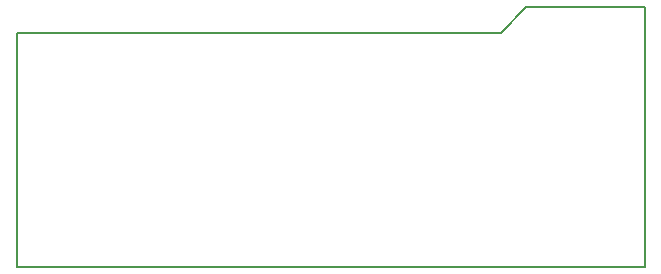
<source format=gko>
G75*
%MOIN*%
%OFA0B0*%
%FSLAX25Y25*%
%IPPOS*%
%LPD*%
%AMOC8*
5,1,8,0,0,1.08239X$1,22.5*
%
%ADD10C,0.00600*%
%ADD11C,0.00591*%
D10*
X0001300Y0001300D02*
X0210700Y0001300D01*
X0210700Y0087700D01*
X0196300Y0087700D01*
X0193300Y0087700D02*
X0171100Y0087700D01*
X0162700Y0079300D01*
X0106300Y0079300D01*
X0103300Y0079300D02*
X0004300Y0079300D01*
D11*
X0001300Y0079300D02*
X0001300Y0001300D01*
X0001300Y0079300D02*
X0004300Y0079300D01*
X0103300Y0079300D02*
X0106300Y0079300D01*
X0193300Y0087700D02*
X0196300Y0087700D01*
M02*

</source>
